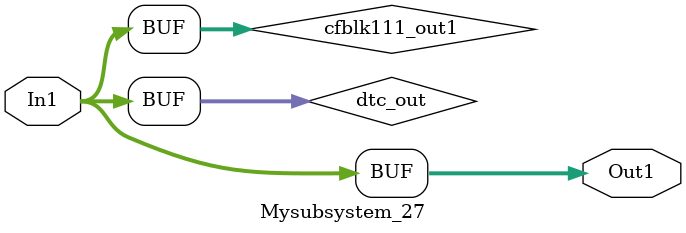
<source format=v>



`timescale 1 ns / 1 ns

module Mysubsystem_27
          (In1,
           Out1);


  input   [7:0] In1;  // uint8
  output  [7:0] Out1;  // uint8


  wire [7:0] dtc_out;  // ufix8
  wire [7:0] cfblk111_out1;  // uint8


  assign dtc_out = In1;



  assign cfblk111_out1 = dtc_out;



  assign Out1 = cfblk111_out1;

endmodule  // Mysubsystem_27


</source>
